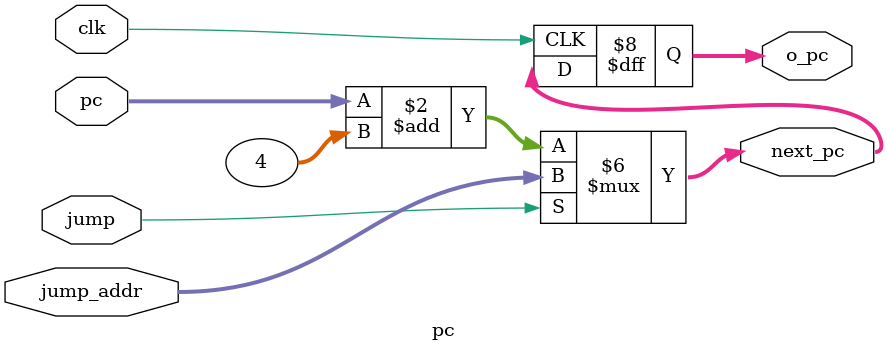
<source format=v>
module pc (
           input wire clk,
           input wire[31:0] pc,
           input wire jump,
           input wire [31:0] jump_addr,

           output reg [31:0] next_pc,
           output reg [31:0] o_pc

       );

initial begin
    o_pc    <= 32'h0-4;
    next_pc <= 32'h0;
end

always @(*) begin
    if(jump)
        next_pc <= jump_addr;
    else
        next_pc <= pc+4;
end

always @ (posedge clk) begin
    o_pc <= next_pc;
end

endmodule

</source>
